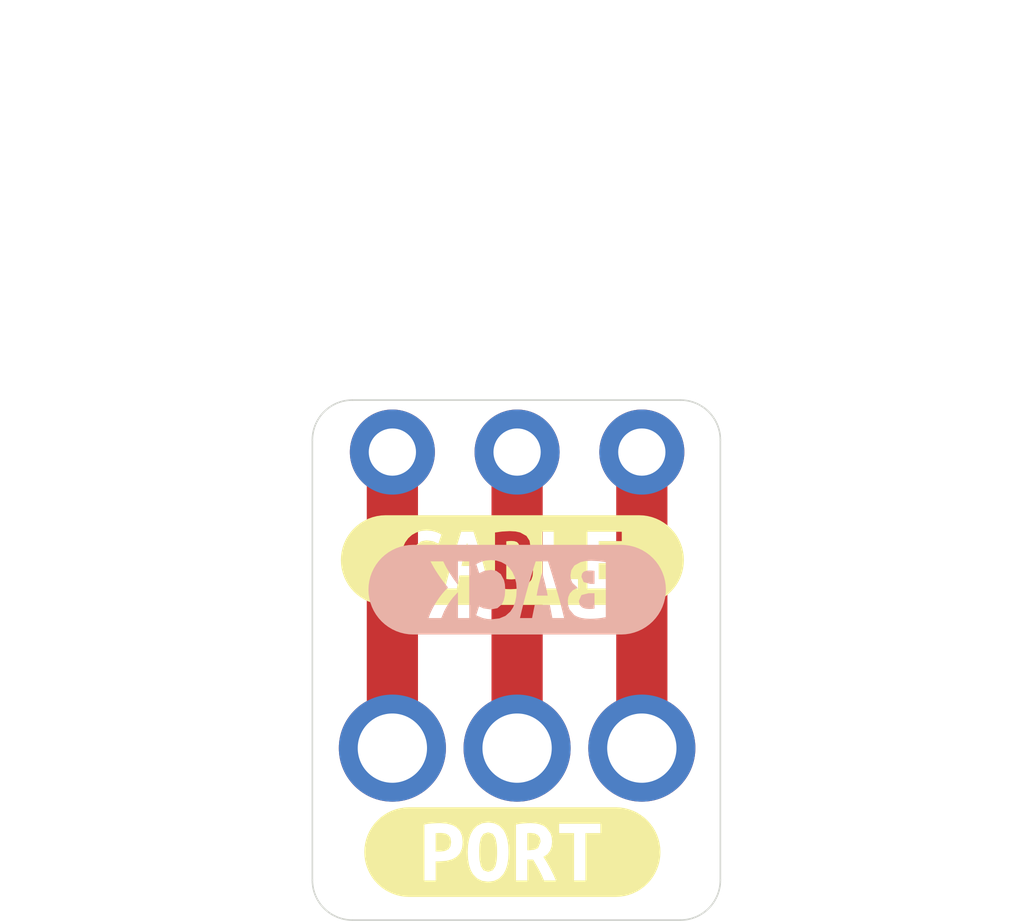
<source format=kicad_pcb>
(kicad_pcb (version 20241229) (generator "pcbnew") (generator_version "9.0")
  (layers (0 "F.Cu" signal) (2 "B.Cu" signal) (13 "F.Paste" user) (15 "B.Paste" user) (5 "F.SilkS" user "F.Silkscreen") (7 "B.SilkS" user "B.Silkscreen") (1 "F.Mask" user) (3 "B.Mask" user) (25 "Edge.Cuts" user))
  (net 0 "")
  (net 1 "Net-(J1-Pin_3)")
  (net 2 "Net-(J1-Pin_1)")
  (net 3 "Net-(J1-Pin_2)")
  (footprint "Connector_JST:JST_VH_B3P-VH_1x03_P3.96mm_Vertical" (layer "F.Cu") (at 137.16 127)
    (property "Reference" "J2" (hide yes))
    (property "Value" "CABLE" (hide yes))
    (pad "1" thru_hole circle (at 0 0) (size 2.7 2.7) (drill 1.5) (layers "*.Cu" "*.Mask") (net 2 "Net-(J1-Pin_1)"))
    (pad "2" thru_hole circle (at 3.96 0) (size 2.7 2.7) (drill 1.5) (layers "*.Cu" "*.Mask") (net 3 "Net-(J1-Pin_2)"))
    (pad "3" thru_hole circle (at 7.92 0) (size 2.7 2.7) (drill 1.5) (layers "*.Cu" "*.Mask") (net 1 "Net-(J1-Pin_3)"))
  )
  (footprint "kibuzzard-69597EF4" (layer "F.Cu") (at 140.97 130.429)
    (property "Reference" "kibuzzard-69597EF4" (hide yes))
    (property "Value" "G***" (hide yes))
    (fp_poly (pts (xy -1.437964 -0.549596) (xy -1.491761 -0.35622) (xy -1.538288 -0.175929) (xy -1.578998 0.002908) (xy -1.615347 0.189015) (xy -1.263489 0.189015) (xy -1.298384 0.002908) (xy -1.337641 -0.175929) (xy -1.384168 -0.35622) (xy -1.437964 -0.549596)) (fill yes) (layer "F.SilkS"))
    (fp_poly (pts (xy -0.193376 0.113409) (xy -0.193376 0.601939) (xy -0.110501 0.610662) (xy -0.021809 0.61357) (xy 0.097415 0.603393) (xy 0.200646 0.56559) (xy 0.274798 0.487076) (xy 0.303877 0.357674) (xy 0.221002 0.170113) (xy -0.001454 0.113409) (xy -0.193376 0.113409)) (fill yes) (layer "F.SilkS"))
    (fp_poly (pts (xy -0.053796 -0.183199) (xy 0.152666 -0.242811) (xy 0.222456 -0.407108) (xy 0.2021 -0.510339) (xy 0.14685 -0.571405) (xy 0.065428 -0.600485) (xy -0.030533 -0.607754) (xy -0.114863 -0.604847) (xy -0.193376 -0.596123) (xy -0.193376 -0.183199) (xy -0.053796 -0.183199)) (fill yes) (layer "F.SilkS"))
    (fp_poly (pts (xy -3.53748 -1.42391) (xy -4.022132 -1.42391) (xy -4.1617 -1.417053) (xy -4.299923 -1.39655) (xy -4.435472 -1.362596) (xy -4.567039 -1.315521) (xy -4.693359 -1.255776) (xy -4.813214 -1.183938) (xy -4.925451 -1.100697) (xy -5.028989 -1.006856) (xy -5.122829 -0.903319) (xy -5.20607 -0.791082) (xy -5.277909 -0.671226) (xy -5.337653 -0.544907) (xy -5.384729 -0.413339) (xy -5.418682 -0.277791) (xy -5.439185 -0.139568) (xy -5.446042 0) (xy -5.439185 0.139568) (xy -5.418682 0.277791) (xy -5.384729 0.413339) (xy -5.337653 0.544907) (xy -5.277909 0.671226) (xy -5.20607 0.791082) (xy -5.122829 0.903319) (xy -5.028989 1.006856) (xy -4.925451 1.100697) (xy -4.813214 1.183938) (xy -4.693359 1.255776) (xy -4.567039 1.315521) (xy -4.435472 1.362596) (xy -4.299923 1.39655) (xy -4.1617 1.417053) (xy -4.022132 1.42391) (xy -3.53748 1.42391) (xy -2.75525 1.42391) (xy -2.75525 0.939257) (xy -2.989176 0.912116) (xy -3.183037 0.830695) (xy -3.336834 0.694992) (xy -3.424616 0.559956) (xy -3.487318 0.399111) (xy -3.524939 0.21246) (xy -3.53748 0) (xy -3.522213 -0.211551) (xy -3.476414 -0.398384) (xy -3.403352 -0.55941) (xy -3.3063 -0.693538) (xy -3.187076 -0.799677) (xy -3.047496 -0.876737) (xy -2.890832 -0.923627) (xy -2.720355 -0.939257) (xy -2.547334 -0.923263) (xy -2.412116 -0.886914) (xy -2.314701 -0.843296) (xy -2.255089 -0.808401) (xy -2.348142 -0.523425) (xy -2.509532 -0.597577) (xy -2.726171 -0.62811) (xy -2.890468 -0.597577) (xy -3.032956 -0.4958) (xy -3.134733 -0.305331) (xy -3.164176 -0.171567) (xy -3.17399 -0.008724) (xy -3.162197 0.180775) (xy -3.126817 0.338288) (xy -3.067851 0.463813) (xy -2.927908 0.587036) (xy -2.720355 0.62811) (xy -2.489176 0.596123) (xy -2.342326 0.532149) (xy -2.252181 0.814216) (xy -2.457189 0.9) (xy -2.596405 0.929443) (xy -2.75525 0.939257) (xy -2.75525 1.42391) (xy -1.118094 1.42391) (xy -1.118094 0.901454) (xy -1.202423 0.485622) (xy -1.682229 0.485622) (xy -1.763651 0.901454) (xy -2.135864 0.901454) (xy -2.084569 0.692375) (xy -2.03304 0.490856) (xy -1.981279 0.296898) (xy -1.929286 0.110501) (xy -1.87706 -0.068336) (xy -1.812177 -0.28434) (xy -1.748384 -0.494709) (xy -1.685683 -0.699445) (xy -1.624071 -0.898546) (xy -1.23441 -0.898546) (xy -1.170527 -0.697809) (xy -1.106826 -0.491074) (xy -1.043306 -0.278342) (xy -0.979968 -0.059612) (xy -0.929661 0.120737) (xy -0.879935 0.307018) (xy -0.830792 0.499231) (xy -0.782229 0.697376) (xy -0.734249 0.901454) (xy -1.118094 0.901454) (xy -1.118094 1.42391) (xy -0.050889 1.42391) (xy -0.050889 0.924717) (xy -0.172294 0.921446) (xy -0.298061 0.911632) (xy -0.425283 0.895275) (xy -0.55105 0.872375) (xy -0.55105 -0.875283) (xy -0.327141 -0.905816) (xy -0.085784 -0.918901) (xy 0.098869 -0.90836) (xy 0.245719 -0.876737) (xy 0.446365 -0.766236) (xy 0.545234 -0.61357) (xy 0.571405 -0.444911) (xy 0.555775 -0.324233) (xy 0.508885 -0.218094) (xy 0.34168 -0.061066) (xy 0.495436 0.017447) (xy 0.590307 0.119225) (xy 0.639378 0.235541) (xy 0.655735 0.357674) (xy 0.641922 0.507068) (xy 0.600485 0.629564) (xy 0.450727 0.804039) (xy 0.347496 0.860016) (xy 0.226817 0.897092) (xy 0.09269 0.917811) (xy -0.050889 0.924717) (xy -0.050889 1.42391) (xy 2.083522 1.42391) (xy 2.083522 0.901454) (xy 0.952342 0.901454) (xy 0.952342 -0.898546) (xy 1.312924 -0.898546) (xy 1.312924 0.604847) (xy 2.083522 0.604847) (xy 2.083522 0.901454) (xy 2.083522 1.42391) (xy 2.383037 1.42391) (xy 2.383037 0.901454) (xy 2.383037 -0.898546) (xy 3.473506 -0.898546) (xy 3.473506 -0.601939) (xy 2.740711 -0.601939) (xy 2.740711 -0.197738) (xy 3.377544 -0.197738) (xy 3.377544 0.098869) (xy 2.740711 0.098869) (xy 2.740711 0.604847) (xy 3.53748 0.604847) (xy 3.53748 0.901454) (xy 2.383037 0.901454) (xy 2.383037 1.42391) (xy 3.53748 1.42391) (xy 4.022132 1.42391) (xy 4.1617 1.417053) (xy 4.299923 1.39655) (xy 4.435472 1.362596) (xy 4.567039 1.315521) (xy 4.693359 1.255776) (xy 4.813214 1.183938) (xy 4.925451 1.100697) (xy 5.028989 1.006856) (xy 5.122829 0.903319) (xy 5.20607 0.791082) (xy 5.277909 0.671226) (xy 5.337653 0.544907) (xy 5.384729 0.413339) (xy 5.418682 0.277791) (xy 5.439185 0.139568) (xy 5.446042 0) (xy 5.439185 -0.139568) (xy 5.418682 -0.277791) (xy 5.384729 -0.413339) (xy 5.337653 -0.544907) (xy 5.277909 -0.671226) (xy 5.20607 -0.791082) (xy 5.122829 -0.903319) (xy 5.028989 -1.006856) (xy 4.925451 -1.100697) (xy 4.813214 -1.183938) (xy 4.693359 -1.255776) (xy 4.567039 -1.315521) (xy 4.435472 -1.362596) (xy 4.299923 -1.39655) (xy 4.1617 -1.417053) (xy 4.022132 -1.42391) (xy 3.53748 -1.42391) (xy -3.53748 -1.42391)) (fill yes) (layer "F.SilkS"))
  )
  (footprint "kibuzzard-69597EFB" (layer "F.Cu") (at 140.97 139.7)
    (property "Reference" "kibuzzard-69597EFB" (hide yes))
    (property "Value" "G***" (hide yes))
    (fp_poly (pts (xy 0.897092 -0.331502) (xy 0.875283 -0.455089) (xy 0.809855 -0.540872) (xy 0.708805 -0.591034) (xy 0.580129 -0.607754) (xy 0.530695 -0.6063) (xy 0.472536 -0.599031) (xy 0.472536 -0.058158) (xy 0.55105 -0.058158) (xy 0.708805 -0.075969) (xy 0.81567 -0.129402) (xy 0.897092 -0.331502)) (fill yes) (layer "F.SilkS"))
    (fp_poly (pts (xy -2.257997 -0.607754) (xy -2.346688 -0.6063) (xy -2.43538 -0.599031) (xy -2.43538 -0.017447) (xy -2.289984 -0.017447) (xy -2.139499 -0.034532) (xy -2.031179 -0.085784) (xy -1.965751 -0.178473) (xy -1.943942 -0.319871) (xy -1.965388 -0.453998) (xy -2.029725 -0.542326) (xy -2.129685 -0.591397) (xy -2.257997 -0.607754)) (fill yes) (layer "F.SilkS"))
    (fp_poly (pts (xy -1.05412 0) (xy -1.051575 0.126858) (xy -1.043942 0.245719) (xy -1.003231 0.444911) (xy -0.917447 0.578675) (xy -0.769144 0.62811) (xy -0.622294 0.578675) (xy -0.535057 0.443457) (xy -0.494346 0.244265) (xy -0.486712 0.126494) (xy -0.484168 0) (xy -0.486712 -0.126858) (xy -0.494346 -0.245719) (xy -0.535057 -0.444911) (xy -0.62084 -0.578675) (xy -0.769144 -0.62811) (xy -0.917447 -0.578675) (xy -1.003231 -0.443457) (xy -1.043942 -0.244265) (xy -1.051575 -0.126494) (xy -1.05412 0)) (fill yes) (layer "F.SilkS"))
    (fp_poly (pts (xy -2.793053 -1.42391) (xy -3.277706 -1.42391) (xy -3.417274 -1.417053) (xy -3.555497 -1.39655) (xy -3.691045 -1.362596) (xy -3.822613 -1.315521) (xy -3.948932 -1.255776) (xy -4.068788 -1.183938) (xy -4.181025 -1.100697) (xy -4.284562 -1.006856) (xy -4.378403 -0.903319) (xy -4.461643 -0.791082) (xy -4.533482 -0.671226) (xy -4.593227 -0.544907) (xy -4.640302 -0.413339) (xy -4.674255 -0.277791) (xy -4.694759 -0.139568) (xy -4.701616 0) (xy -4.694759 0.139568) (xy -4.674255 0.277791) (xy -4.640302 0.413339) (xy -4.593227 0.544907) (xy -4.533482 0.671226) (xy -4.461643 0.791082) (xy -4.378403 0.903319) (xy -4.284562 1.006856) (xy -4.181025 1.100697) (xy -4.068788 1.183938) (xy -3.948932 1.255776) (xy -3.822613 1.315521) (xy -3.691045 1.362596) (xy -3.555497 1.39655) (xy -3.417274 1.417053) (xy -3.277706 1.42391) (xy -2.793053 1.42391) (xy -2.43538 1.42391) (xy -2.43538 0.901454) (xy -2.793053 0.901454) (xy -2.793053 -0.875283) (xy -2.675283 -0.895638) (xy -2.542973 -0.908724) (xy -2.412116 -0.915994) (xy -2.298708 -0.918901) (xy -2.087076 -0.903231) (xy -1.909693 -0.85622) (xy -1.766559 -0.777868) (xy -1.661551 -0.663974) (xy -1.598546 -0.510339) (xy -1.577544 -0.316963) (xy -1.598708 -0.121648) (xy -1.662197 0.033926) (xy -1.768013 0.149758) (xy -1.912601 0.229725) (xy -2.092407 0.277706) (xy -2.307431 0.2937) (xy -2.43538 0.2937) (xy -2.43538 0.901454) (xy -2.43538 1.42391) (xy -0.766236 1.42391) (xy -0.766236 0.939257) (xy -0.960905 0.912924) (xy -1.122294 0.833926) (xy -1.250404 0.702262) (xy -1.323556 0.569497) (xy -1.375808 0.408199) (xy -1.407159 0.218366) (xy -1.417609 0) (xy -1.406886 -0.218366) (xy -1.374717 -0.408199) (xy -1.321103 -0.569497) (xy -1.246042 -0.702262) (xy -1.116801 -0.833926) (xy -0.957835 -0.912924) (xy -0.769144 -0.939257) (xy -0.574637 -0.912924) (xy -0.413732 -0.833926) (xy -0.28643 -0.702262) (xy -0.213914 -0.569497) (xy -0.162116 -0.408199) (xy -0.131038 -0.218366) (xy -0.120679 0) (xy -0.13122 0.218366) (xy -0.162843 0.408199) (xy -0.215549 0.569497) (xy -0.289338 0.702262) (xy -0.417286 0.833926) (xy -0.576252 0.912924) (xy -0.766236 0.939257) (xy -0.766236 1.42391) (xy 1.379806 1.42391) (xy 1.379806 0.901454) (xy 1.004685 0.901454) (xy 0.932351 0.73025) (xy 0.849111 0.56559) (xy 0.757149 0.40311) (xy 0.658643 0.238449) (xy 0.472536 0.238449) (xy 0.472536 0.901454) (xy 0.114863 0.901454) (xy 0.114863 -0.872375) (xy 0.229725 -0.894184) (xy 0.35622 -0.908724) (xy 0.478352 -0.915994) (xy 0.580129 -0.918901) (xy 0.726979 -0.910178) (xy 0.859289 -0.884006) (xy 0.975606 -0.839661) (xy 1.074475 -0.776414) (xy 1.212601 -0.591761) (xy 1.248586 -0.469992) (xy 1.260582 -0.328595) (xy 1.244588 -0.178837) (xy 1.196607 -0.043619) (xy 1.111551 0.069063) (xy 0.98433 0.151212) (xy 1.089015 0.318417) (xy 1.196607 0.510339) (xy 1.296931 0.710985) (xy 1.379806 0.901454) (xy 1.379806 1.42391) (xy 2.319063 1.42391) (xy 2.319063 0.901454) (xy 1.958481 0.901454) (xy 1.958481 -0.601939) (xy 1.484491 -0.601939) (xy 1.484491 -0.898546) (xy 2.793053 -0.898546) (xy 2.793053 -0.601939) (xy 2.319063 -0.601939) (xy 2.319063 0.901454) (xy 2.319063 1.42391) (xy 2.793053 1.42391) (xy 3.277706 1.42391) (xy 3.417274 1.417053) (xy 3.555497 1.39655) (xy 3.691045 1.362596) (xy 3.822613 1.315521) (xy 3.948932 1.255776) (xy 4.068788 1.183938) (xy 4.181025 1.100697) (xy 4.284562 1.006856) (xy 4.378403 0.903319) (xy 4.461643 0.791082) (xy 4.533482 0.671226) (xy 4.593227 0.544907) (xy 4.640302 0.413339) (xy 4.674255 0.277791) (xy 4.694759 0.139568) (xy 4.701616 0) (xy 4.694759 -0.139568) (xy 4.674255 -0.277791) (xy 4.640302 -0.413339) (xy 4.593227 -0.544907) (xy 4.533482 -0.671226) (xy 4.461643 -0.791082) (xy 4.378403 -0.903319) (xy 4.284562 -1.006856) (xy 4.181025 -1.100697) (xy 4.068788 -1.183938) (xy 3.948932 -1.255776) (xy 3.822613 -1.315521) (xy 3.691045 -1.362596) (xy 3.555497 -1.39655) (xy 3.417274 -1.417053) (xy 3.277706 -1.42391) (xy 2.793053 -1.42391) (xy -2.793053 -1.42391)) (fill yes) (layer "F.SilkS"))
  )
  (footprint "Connector_JST:JST_VH_B3P-VH_1x03_P3.96mm_Vertical" (layer "F.Cu") (at 137.16 136.4)
    (property "Reference" "J1" (hide yes))
    (property "Value" "CONTROLLER" (hide yes))
    (pad "1" thru_hole circle (at 0 0) (size 3.4 3.4) (drill 2.2) (layers "*.Cu" "*.Mask") (net 2 "Net-(J1-Pin_1)"))
    (pad "2" thru_hole circle (at 3.96 0) (size 3.4 3.4) (drill 2.2) (layers "*.Cu" "*.Mask") (net 3 "Net-(J1-Pin_2)"))
    (pad "3" thru_hole circle (at 7.92 0) (size 3.4 3.4) (drill 2.2) (layers "*.Cu" "*.Mask") (net 1 "Net-(J1-Pin_3)"))
  )
  (footprint "kibuzzard-6957CC20" (layer "B.Cu") (at 141.1224 131.3688 180)
    (property "Reference" "kibuzzard-6957CC20" (hide yes))
    (property "Value" "G***" (hide yes))
    (fp_poly (pts (xy -0.792407 0.549596) (xy -0.846204 0.35622) (xy -0.89273 0.175929) (xy -0.933441 -0.002908) (xy -0.96979 -0.189015) (xy -0.617932 -0.189015) (xy -0.652827 -0.002908) (xy -0.692084 0.175929) (xy -0.738611 0.35622) (xy -0.792407 0.549596)) (fill yes) (layer "B.SilkS"))
    (fp_poly (pts (xy -2.316155 0.183199) (xy -2.109693 0.242811) (xy -2.039903 0.407108) (xy -2.060258 0.510339) (xy -2.115509 0.571405) (xy -2.196931 0.600485) (xy -2.292892 0.607754) (xy -2.377221 0.604847) (xy -2.455735 0.596123) (xy -2.455735 0.183199) (xy -2.316155 0.183199)) (fill yes) (layer "B.SilkS"))
    (fp_poly (pts (xy -2.455735 -0.113409) (xy -2.455735 -0.601939) (xy -2.372859 -0.610662) (xy -2.284168 -0.61357) (xy -2.164943 -0.603393) (xy -2.061712 -0.56559) (xy -1.987561 -0.487076) (xy -1.958481 -0.357674) (xy -2.041357 -0.170113) (xy -2.263813 -0.113409) (xy -2.455735 -0.113409)) (fill yes) (layer "B.SilkS"))
    (fp_poly (pts (xy -2.813409 1.42391) (xy -3.298061 1.42391) (xy -3.437629 1.417053) (xy -3.575852 1.39655) (xy -3.711401 1.362596) (xy -3.842968 1.315521) (xy -3.969288 1.255776) (xy -4.089143 1.183938) (xy -4.20138 1.100697) (xy -4.304917 1.006856) (xy -4.398758 0.903319) (xy -4.481999 0.791082) (xy -4.553837 0.671226) (xy -4.613582 0.544907) (xy -4.660658 0.413339) (xy -4.694611 0.277791) (xy -4.715114 0.139568) (xy -4.721971 0) (xy -4.715114 -0.139568) (xy -4.694611 -0.277791) (xy -4.660658 -0.413339) (xy -4.613582 -0.544907) (xy -4.553837 -0.671226) (xy -4.481999 -0.791082) (xy -4.398758 -0.903319) (xy -4.304917 -1.006856) (xy -4.20138 -1.100697) (xy -4.089143 -1.183938) (xy -3.969288 -1.255776) (xy -3.842968 -1.315521) (xy -3.711401 -1.362596) (xy -3.575852 -1.39655) (xy -3.437629 -1.417053) (xy -3.298061 -1.42391) (xy -2.813409 -1.42391) (xy -2.313247 -1.42391) (xy -2.313247 -0.924717) (xy -2.434653 -0.921446) (xy -2.56042 -0.911632) (xy -2.687641 -0.895275) (xy -2.813409 -0.872375) (xy -2.813409 0.875283) (xy -2.589499 0.905816) (xy -2.348142 0.918901) (xy -2.163489 0.90836) (xy -2.01664 0.876737) (xy -1.815994 0.766236) (xy -1.717124 0.61357) (xy -1.690953 0.444911) (xy -1.706583 0.324233) (xy -1.753473 0.218094) (xy -1.920679 0.061066) (xy -1.766922 -0.017447) (xy -1.672052 -0.119225) (xy -1.622981 -0.235541) (xy -1.606624 -0.357674) (xy -1.620436 -0.507068) (xy -1.661874 -0.629564) (xy -1.811632 -0.804039) (xy -1.914863 -0.860016) (xy -2.035541 -0.897092) (xy -2.169669 -0.917811) (xy -2.313247 -0.924717) (xy -2.313247 -1.42391) (xy -0.472536 -1.42391) (xy -0.472536 -0.901454) (xy -0.556866 -0.485622) (xy -1.036672 -0.485622) (xy -1.118094 -0.901454) (xy -1.490307 -0.901454) (xy -1.439011 -0.692375) (xy -1.387483 -0.490856) (xy -1.335722 -0.296898) (xy -1.283729 -0.110501) (xy -1.231502 0.068336) (xy -1.16662 0.28434) (xy -1.102827 0.494709) (xy -1.040125 0.699445) (xy -0.978514 0.898546) (xy -0.588853 0.898546) (xy -0.52497 0.697809) (xy -0.461268 0.491074) (xy -0.397748 0.278342) (xy -0.33441 0.059612) (xy -0.284103 -0.120737) (xy -0.234378 -0.307018) (xy -0.185234 -0.499231) (xy -0.136672 -0.697376) (xy -0.088691 -0.901454) (xy -0.472536 -0.901454) (xy -0.472536 -1.42391) (xy 0.798223 -1.42391) (xy 0.798223 -0.939257) (xy 0.564297 -0.912116) (xy 0.370436 -0.830695) (xy 0.21664 -0.694992) (xy 0.128857 -0.559956) (xy 0.066155 -0.399111) (xy 0.028534 -0.21246) (xy 0.015994 0) (xy 0.03126 0.211551) (xy 0.07706 0.398384) (xy 0.150121 0.55941) (xy 0.247173 0.693538) (xy 0.366397 0.799677) (xy 0.505977 0.876737) (xy 0.662641 0.923627) (xy 0.833118 0.939257) (xy 1.006139 0.923263) (xy 1.141357 0.886914) (xy 1.238772 0.843296) (xy 1.298384 0.808401) (xy 1.205331 0.523425) (xy 1.043942 0.597577) (xy 0.827302 0.62811) (xy 0.663005 0.597577) (xy 0.520517 0.4958) (xy 0.41874 0.305331) (xy 0.389297 0.171567) (xy 0.379483 0.008724) (xy 0.391276 -0.180775) (xy 0.426656 -0.338288) (xy 0.485622 -0.463813) (xy 0.625565 -0.587036) (xy 0.833118 -0.62811) (xy 1.064297 -0.596123) (xy 1.211147 -0.532149) (xy 1.301292 -0.814216) (xy 1.096284 -0.9) (xy 0.957068 -0.929443) (xy 0.798223 -0.939257) (xy 0.798223 -1.42391) (xy 2.409208 -1.42391) (xy 2.409208 -0.901454) (xy 2.317609 -0.681906) (xy 2.254725 -0.56559) (xy 2.185299 -0.452181) (xy 2.110784 -0.343861) (xy 2.032633 -0.242811) (xy 1.879968 -0.078514) (xy 1.879968 -0.901454) (xy 1.522294 -0.901454) (xy 1.522294 0.898546) (xy 1.879968 0.898546) (xy 1.879968 0.151212) (xy 2.013732 0.331502) (xy 2.146042 0.529241) (xy 2.260905 0.724071) (xy 2.348142 0.898546) (xy 2.752342 0.898546) (xy 2.654927 0.719709) (xy 2.594225 0.617205) (xy 2.525525 0.510339) (xy 2.450283 0.400202) (xy 2.369952 0.287884) (xy 2.285258 0.176656) (xy 2.196931 0.06979) (xy 2.287803 -0.02399) (xy 2.380129 -0.130856) (xy 2.470638 -0.248263) (xy 2.556058 -0.373667) (xy 2.634935 -0.504523) (xy 2.705816 -0.638288) (xy 2.766155 -0.771688) (xy 2.813409 -0.901454) (xy 2.409208 -0.901454) (xy 2.409208 -1.42391) (xy 2.813409 -1.42391) (xy 3.298061 -1.42391) (xy 3.437629 -1.417053) (xy 3.575852 -1.39655) (xy 3.711401 -1.362596) (xy 3.842968 -1.315521) (xy 3.969288 -1.255776) (xy 4.089143 -1.183938) (xy 4.20138 -1.100697) (xy 4.304917 -1.006856) (xy 4.398758 -0.903319) (xy 4.481999 -0.791082) (xy 4.553837 -0.671226) (xy 4.613582 -0.544907) (xy 4.660658 -0.413339) (xy 4.694611 -0.277791) (xy 4.715114 -0.139568) (xy 4.721971 0) (xy 4.715114 0.139568) (xy 4.694611 0.277791) (xy 4.660658 0.413339) (xy 4.613582 0.544907) (xy 4.553837 0.671226) (xy 4.481999 0.791082) (xy 4.398758 0.903319) (xy 4.304917 1.006856) (xy 4.20138 1.100697) (xy 4.089143 1.183938) (xy 3.969288 1.255776) (xy 3.842968 1.315521) (xy 3.711401 1.362596) (xy 3.575852 1.39655) (xy 3.437629 1.417053) (xy 3.298061 1.42391) (xy 2.813409 1.42391) (xy -2.813409 1.42391)) (fill yes) (layer "B.SilkS"))
  )
  (gr_arc (start 146.304 125.349) (mid 147.202026 125.720974) (end 147.574 126.619) (stroke (width 0.05)) (layer "Edge.Cuts"))
  (gr_line (start 134.62 140.589) (end 134.62 126.619) (stroke (width 0.05)) (layer "Edge.Cuts"))
  (gr_arc (start 147.574 140.589) (mid 147.202026 141.487026) (end 146.304 141.859) (stroke (width 0.05)) (layer "Edge.Cuts"))
  (gr_arc (start 135.89 141.859) (mid 134.991974 141.487026) (end 134.62 140.589) (stroke (width 0.05)) (layer "Edge.Cuts"))
  (gr_line (start 146.304 141.859) (end 135.89 141.859) (stroke (width 0.05)) (layer "Edge.Cuts"))
  (gr_arc (start 134.62 126.619) (mid 134.991974 125.720974) (end 135.89 125.349) (stroke (width 0.05)) (layer "Edge.Cuts"))
  (gr_line (start 135.89 125.349) (end 146.304 125.349) (stroke (width 0.05)) (layer "Edge.Cuts"))
  (gr_line (start 147.574 126.619) (end 147.574 140.589) (stroke (width 0.05)) (layer "Edge.Cuts"))
  (segment (start 145.08 127) (end 145.08 136.4) (width 1.6256) (layer "F.Cu") (net 1))
  (segment (start 137.16 127) (end 137.16 136.4) (width 1.6256) (layer "F.Cu") (net 2))
  (segment (start 141.12 136.4) (end 141.12 127) (width 1.6256) (layer "F.Cu") (net 3))
)
</source>
